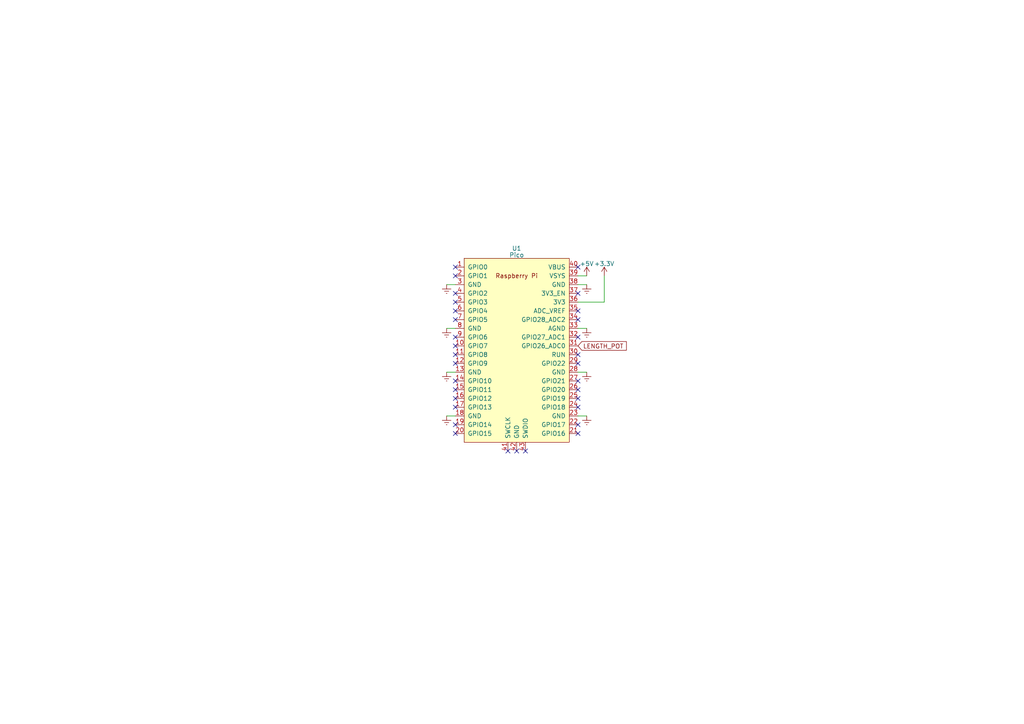
<source format=kicad_sch>
(kicad_sch (version 20230121) (generator eeschema)
  (paper "A4")
  (lib_symbols
    (symbol "Pi Pico:Pico" (pin_names (offset 1.016))
      (property "Reference" "U" (at -13.97 27.94 0))
      (property "Value" "Pico" (at 0 19.05 0))
      (symbol "Pico_0_0"
        (text "Raspberry Pi" (at 0 21.59 0) (effects (font (size 1.27 1.27))))
      )
      (symbol "Pico_0_1"
        (rectangle (start -15.24 26.67) (end 15.24 -26.67) (fill (type background)))
      )
      (symbol "Pico_1_1"
        (pin bidirectional line (at -17.78 24.13 0) (length 2.54) (name "GPIO0") (number "1"))
        (pin bidirectional line (at -17.78 1.27 0) (length 2.54) (name "GPIO7") (number "10"))
        (pin bidirectional line (at -17.78 -1.27 0) (length 2.54) (name "GPIO8") (number "11"))
        (pin bidirectional line (at -17.78 -3.81 0) (length 2.54) (name "GPIO9") (number "12"))
        (pin power_in line (at -17.78 -6.35 0) (length 2.54) (name "GND") (number "13"))
        (pin bidirectional line (at -17.78 -8.89 0) (length 2.54) (name "GPIO10") (number "14"))
        (pin bidirectional line (at -17.78 -11.43 0) (length 2.54) (name "GPIO11") (number "15"))
        (pin bidirectional line (at -17.78 -13.97 0) (length 2.54) (name "GPIO12") (number "16"))
        (pin bidirectional line (at -17.78 -16.51 0) (length 2.54) (name "GPIO13") (number "17"))
        (pin power_in line (at -17.78 -19.05 0) (length 2.54) (name "GND") (number "18"))
        (pin bidirectional line (at -17.78 -21.59 0) (length 2.54) (name "GPIO14") (number "19"))
        (pin bidirectional line (at -17.78 21.59 0) (length 2.54) (name "GPIO1") (number "2"))
        (pin bidirectional line (at -17.78 -24.13 0) (length 2.54) (name "GPIO15") (number "20"))
        (pin bidirectional line (at 17.78 -24.13 180) (length 2.54) (name "GPIO16") (number "21"))
        (pin bidirectional line (at 17.78 -21.59 180) (length 2.54) (name "GPIO17") (number "22"))
        (pin power_in line (at 17.78 -19.05 180) (length 2.54) (name "GND") (number "23"))
        (pin bidirectional line (at 17.78 -16.51 180) (length 2.54) (name "GPIO18") (number "24"))
        (pin bidirectional line (at 17.78 -13.97 180) (length 2.54) (name "GPIO19") (number "25"))
        (pin bidirectional line (at 17.78 -11.43 180) (length 2.54) (name "GPIO20") (number "26"))
        (pin bidirectional line (at 17.78 -8.89 180) (length 2.54) (name "GPIO21") (number "27"))
        (pin power_in line (at 17.78 -6.35 180) (length 2.54) (name "GND") (number "28"))
        (pin bidirectional line (at 17.78 -3.81 180) (length 2.54) (name "GPIO22") (number "29"))
        (pin power_in line (at -17.78 19.05 0) (length 2.54) (name "GND") (number "3"))
        (pin input line (at 17.78 -1.27 180) (length 2.54) (name "RUN") (number "30"))
        (pin bidirectional line (at 17.78 1.27 180) (length 2.54) (name "GPIO26_ADC0") (number "31"))
        (pin bidirectional line (at 17.78 3.81 180) (length 2.54) (name "GPIO27_ADC1") (number "32"))
        (pin power_in line (at 17.78 6.35 180) (length 2.54) (name "AGND") (number "33"))
        (pin bidirectional line (at 17.78 8.89 180) (length 2.54) (name "GPIO28_ADC2") (number "34"))
        (pin unspecified line (at 17.78 11.43 180) (length 2.54) (name "ADC_VREF") (number "35"))
        (pin unspecified line (at 17.78 13.97 180) (length 2.54) (name "3V3") (number "36"))
        (pin input line (at 17.78 16.51 180) (length 2.54) (name "3V3_EN") (number "37"))
        (pin bidirectional line (at 17.78 19.05 180) (length 2.54) (name "GND") (number "38"))
        (pin unspecified line (at 17.78 21.59 180) (length 2.54) (name "VSYS") (number "39"))
        (pin bidirectional line (at -17.78 16.51 0) (length 2.54) (name "GPIO2") (number "4"))
        (pin unspecified line (at 17.78 24.13 180) (length 2.54) (name "VBUS") (number "40"))
        (pin input line (at -2.54 -29.21 90) (length 2.54) (name "SWCLK") (number "41"))
        (pin power_in line (at 0 -29.21 90) (length 2.54) (name "GND") (number "42"))
        (pin bidirectional line (at 2.54 -29.21 90) (length 2.54) (name "SWDIO") (number "43"))
        (pin bidirectional line (at -17.78 13.97 0) (length 2.54) (name "GPIO3") (number "5"))
        (pin bidirectional line (at -17.78 11.43 0) (length 2.54) (name "GPIO4") (number "6"))
        (pin bidirectional line (at -17.78 8.89 0) (length 2.54) (name "GPIO5") (number "7"))
        (pin power_in line (at -17.78 6.35 0) (length 2.54) (name "GND") (number "8"))
        (pin bidirectional line (at -17.78 3.81 0) (length 2.54) (name "GPIO6") (number "9"))
      )
    )
    (symbol "power:+3.3V" (power) (pin_names (offset 0))
      (property "Value" "+3.3V" (at 0 3.556 0))
      (symbol "+3.3V_0_1"
        (polyline (pts (xy -0.762 1.27) (xy 0 2.54)))
        (polyline (pts (xy 0 0) (xy 0 2.54)))
        (polyline (pts (xy 0 2.54) (xy 0.762 1.27)))
      )
      (symbol "+3.3V_1_1"
        (pin power_in line (at 0 0 90) (length 0) hide (name "+3.3V") (number "1"))
      )
    )
    (symbol "power:+5V" (power) (pin_names (offset 0))
      (property "Value" "+5V" (at 0 3.556 0))
      (symbol "+5V_0_1"
        (polyline (pts (xy -0.762 1.27) (xy 0 2.54)))
        (polyline (pts (xy 0 0) (xy 0 2.54)))
        (polyline (pts (xy 0 2.54) (xy 0.762 1.27)))
      )
      (symbol "+5V_1_1"
        (pin power_in line (at 0 0 90) (length 0) hide (name "+5V") (number "1"))
      )
    )
    (symbol "power:Earth" (power) (pin_names (offset 0))
      (symbol "Earth_0_1"
        (polyline (pts (xy -0.635 -1.905) (xy 0.635 -1.905)))
        (polyline (pts (xy -0.127 -2.54) (xy 0.127 -2.54)))
        (polyline (pts (xy 0 -1.27) (xy 0 0)))
        (polyline (pts (xy 1.27 -1.27) (xy -1.27 -1.27)))
      )
      (symbol "Earth_1_1"
        (pin power_in line (at 0 0 270) (length 0) hide (name "Earth") (number "1"))
      )
    )
  )
  (no_connect (at 132.08 80.01))
  (no_connect (at 132.08 102.87))
  (no_connect (at 149.86 130.81))
  (no_connect (at 167.64 113.03))
  (no_connect (at 167.64 102.87))
  (no_connect (at 132.08 92.71))
  (no_connect (at 147.32 130.81))
  (no_connect (at 132.08 100.33))
  (no_connect (at 167.64 77.47))
  (no_connect (at 132.08 113.03))
  (no_connect (at 167.64 110.49))
  (no_connect (at 167.64 125.73))
  (no_connect (at 132.08 90.17))
  (no_connect (at 132.08 125.73))
  (no_connect (at 167.64 105.41))
  (no_connect (at 132.08 123.19))
  (no_connect (at 132.08 118.11))
  (no_connect (at 132.08 97.79))
  (no_connect (at 167.64 92.71))
  (no_connect (at 167.64 118.11))
  (no_connect (at 132.08 115.57))
  (no_connect (at 167.64 123.19))
  (no_connect (at 132.08 87.63))
  (no_connect (at 167.64 90.17))
  (no_connect (at 167.64 85.09))
  (no_connect (at 132.08 110.49))
  (no_connect (at 132.08 85.09))
  (no_connect (at 167.64 97.79))
  (no_connect (at 167.64 115.57))
  (no_connect (at 132.08 77.47))
  (no_connect (at 152.4 130.81))
  (no_connect (at 132.08 105.41))
  (wire (pts (xy 167.64 82.55) (xy 170.18 82.55)))
  (wire (pts (xy 129.54 120.65) (xy 132.08 120.65)))
  (wire (pts (xy 167.64 95.25) (xy 170.18 95.25)))
  (wire (pts (xy 175.26 87.63) (xy 167.64 87.63)))
  (wire (pts (xy 167.64 120.65) (xy 170.18 120.65)))
  (wire (pts (xy 167.64 80.01) (xy 170.18 80.01)))
  (wire (pts (xy 175.26 80.01) (xy 175.26 87.63)))
  (wire (pts (xy 129.54 95.25) (xy 132.08 95.25)))
  (wire (pts (xy 129.54 107.95) (xy 132.08 107.95)))
  (wire (pts (xy 129.54 82.55) (xy 132.08 82.55)))
  (wire (pts (xy 167.64 107.95) (xy 170.18 107.95)))
  (global_label "LENGTH_POT" (shape input) (at 167.64 100.33 0) (property "Intersheetrefs" "${INTERSHEET_REFS}" (effects hide)))
  (symbol (lib_id "power:Earth") (at 129.54 82.55 0) (unit 1)
    (property "Reference" "#PWR01" (effects hide))
    (property "Value" "Earth" (effects hide))
  )
  (symbol (lib_id "power:+5V") (at 170.18 80.01 0) (unit 1)
    (property "Reference" "#PWR09" (effects hide))
    (property "Value" "+5V" (at 170.18 76.5081 0))
  )
  (symbol (lib_id "power:Earth") (at 129.54 120.65 0) (unit 1)
    (property "Reference" "#PWR04" (effects hide))
    (property "Value" "Earth" (effects hide))
  )
  (symbol (lib_id "power:Earth") (at 129.54 107.95 0) (unit 1)
    (property "Reference" "#PWR03" (effects hide))
    (property "Value" "Earth" (effects hide))
  )
  (symbol (lib_id "Pi Pico:Pico") (at 149.86 101.6 0) (unit 1)
    (property "Reference" "U1" (at 149.86 72.0471 0))
    (property "Value" "Pico" (at 149.86 73.9681 0))
    (property "Footprint" "RPi_Pico:RPi_Pico_SMD_TH" (effects hide))
  )
  (symbol (lib_id "power:+3.3V") (at 175.26 80.01 0) (unit 1)
    (property "Reference" "#PWR010" (effects hide))
    (property "Value" "+3.3V" (at 175.26 76.5081 0))
  )
  (symbol (lib_id "power:Earth") (at 170.18 95.25 0) (unit 1)
    (property "Reference" "#PWR07" (effects hide))
    (property "Value" "Earth" (effects hide))
  )
  (symbol (lib_id "power:Earth") (at 170.18 120.65 0) (unit 1)
    (property "Reference" "#PWR05" (effects hide))
    (property "Value" "Earth" (effects hide))
  )
  (symbol (lib_id "power:Earth") (at 170.18 82.55 0) (unit 1)
    (property "Reference" "#PWR08" (effects hide))
    (property "Value" "Earth" (effects hide))
  )
  (symbol (lib_id "power:Earth") (at 129.54 95.25 0) (unit 1)
    (property "Reference" "#PWR02" (effects hide))
    (property "Value" "Earth" (effects hide))
  )
  (symbol (lib_id "power:Earth") (at 170.18 107.95 0) (unit 1)
    (property "Reference" "#PWR06" (effects hide))
    (property "Value" "Earth" (effects hide))
  )
)
</source>
